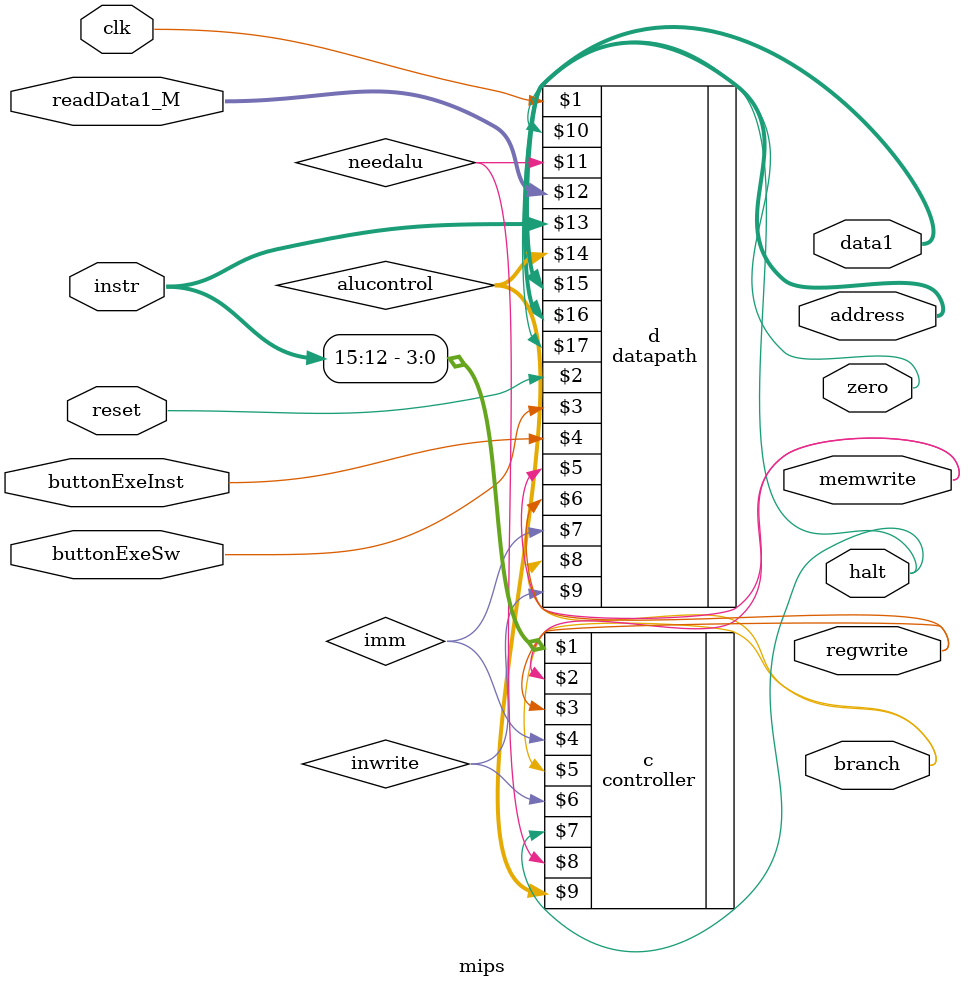
<source format=sv>
`timescale 1ns / 1ps
module mips(input logic clk, reset, buttonExeSw, buttonExeInst,
            input logic [15:0] instr,
            input logic [7:0] readData1_M,
            output logic [7:0] data1,
            output logic memwrite, regwrite,
            output logic [3:0] address,
            output logic zero, branch, halt);
            
    logic imm, inwrite, needalu;
    logic [2:0] alucontrol;            
            
    controller c(instr[15:12], memwrite, regwrite, imm, branch, inwrite, halt, needalu, alucontrol);
    datapath d(clk, reset, buttonExeSw, buttonExeInst, memwrite, regwrite, imm, branch, inwrite, halt, needalu, readData1_M, instr, alucontrol, data1, address, zero);
endmodule

</source>
